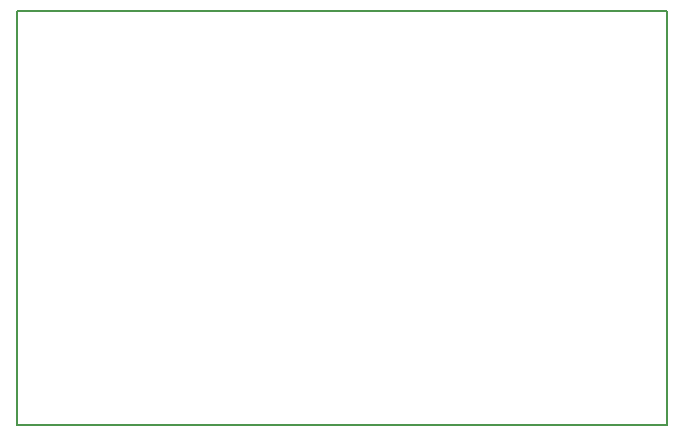
<source format=gbr>
%TF.GenerationSoftware,KiCad,Pcbnew,5.0.2-bee76a0~70~ubuntu18.04.1*%
%TF.CreationDate,2020-02-09T18:50:43+01:00*%
%TF.ProjectId,Mini-BT-Pcb-328P,4d696e69-2d42-4542-9d50-63622d333238,2.0*%
%TF.SameCoordinates,Original*%
%TF.FileFunction,Profile,NP*%
%FSLAX46Y46*%
G04 Gerber Fmt 4.6, Leading zero omitted, Abs format (unit mm)*
G04 Created by KiCad (PCBNEW 5.0.2-bee76a0~70~ubuntu18.04.1) date dom 09 feb 2020 18:50:43 CET*
%MOMM*%
%LPD*%
G01*
G04 APERTURE LIST*
%ADD10C,0.150000*%
G04 APERTURE END LIST*
D10*
X132080000Y-108406000D02*
X132080000Y-73406000D01*
X187080000Y-108406000D02*
X132080000Y-108406000D01*
X187080000Y-73406000D02*
X187080000Y-108406000D01*
X132080000Y-73406000D02*
X187080000Y-73406000D01*
M02*

</source>
